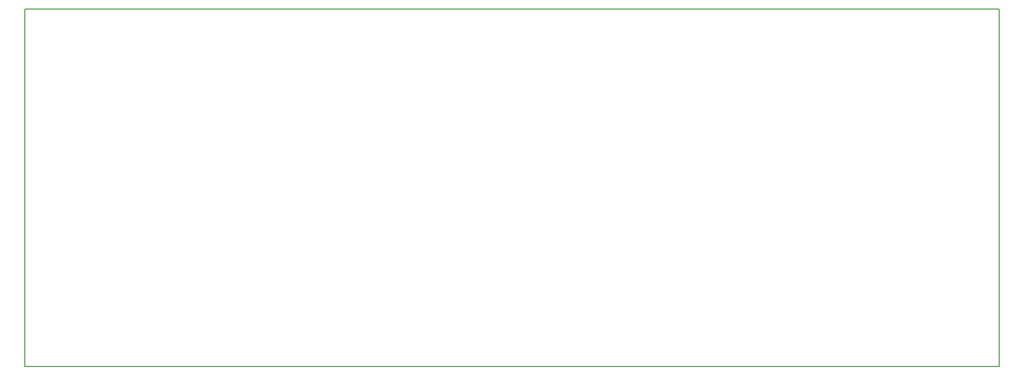
<source format=gbr>
G04 #@! TF.FileFunction,Profile,NP*
%FSLAX46Y46*%
G04 Gerber Fmt 4.6, Leading zero omitted, Abs format (unit mm)*
G04 Created by KiCad (PCBNEW 4.0.7) date 05/27/25 23:51:34*
%MOMM*%
%LPD*%
G01*
G04 APERTURE LIST*
%ADD10C,0.100000*%
%ADD11C,0.150000*%
G04 APERTURE END LIST*
D10*
D11*
X67310000Y-97790000D02*
X67310000Y-95250000D01*
X67310000Y-95250000D02*
X67310000Y-97790000D01*
X67310000Y-158750000D02*
X67310000Y-95250000D01*
X240030000Y-158750000D02*
X67310000Y-158750000D01*
X240030000Y-95250000D02*
X240030000Y-158750000D01*
X67310000Y-95250000D02*
X240030000Y-95250000D01*
M02*

</source>
